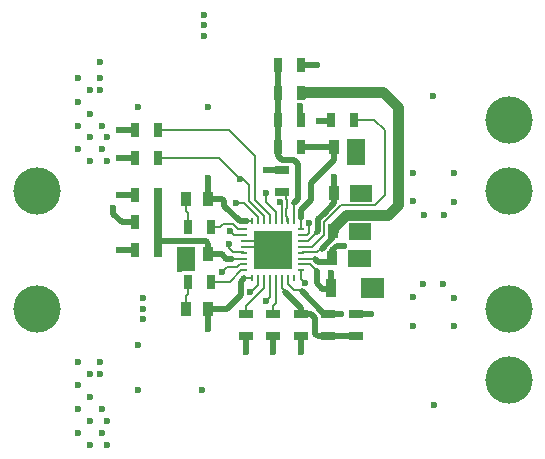
<source format=gbl>
G04*
G04 #@! TF.GenerationSoftware,Altium Limited,Altium Designer,18.0.12 (696)*
G04*
G04 Layer_Physical_Order=6*
G04 Layer_Color=16711680*
%FSLAX25Y25*%
%MOIN*%
G70*
G01*
G75*
%ADD10C,0.00787*%
%ADD23C,0.01968*%
%ADD24C,0.15748*%
%ADD25C,0.02362*%
%ADD31R,0.12992X0.12992*%
%ADD32R,0.02362X0.00906*%
%ADD33R,0.00906X0.02362*%
%ADD34R,0.05118X0.02756*%
%ADD35R,0.03543X0.06299*%
%ADD36R,0.03543X0.05118*%
%ADD37R,0.02756X0.05118*%
%ADD38C,0.03543*%
%ADD39C,0.02756*%
G36*
X129134Y135433D02*
Y126772D01*
X123228Y126772D01*
Y135433D01*
X129134Y135433D01*
D02*
G37*
G36*
X131496Y114393D02*
X124016D01*
Y120079D01*
X131496D01*
Y114393D01*
D02*
G37*
G36*
X131299Y101575D02*
X123819D01*
Y107252D01*
X123828Y107261D01*
X131299D01*
Y101575D01*
D02*
G37*
G36*
X131102Y92520D02*
X123622D01*
Y98425D01*
X131102D01*
Y92520D01*
D02*
G37*
G36*
X72441Y91142D02*
X68110D01*
Y91102D01*
X66536D01*
Y99375D01*
X72441D01*
Y91142D01*
D02*
G37*
G36*
X135433Y82284D02*
X127953D01*
Y88976D01*
X135433D01*
Y82284D01*
D02*
G37*
D10*
X88976Y88976D02*
X91536D01*
X84021Y87795D02*
X87761Y91536D01*
X88976D01*
X132126Y141732D02*
X135709Y138150D01*
Y116535D02*
Y138150D01*
X132362Y113189D02*
X135709Y116535D01*
X85158Y97638D02*
X88779D01*
X83976Y98819D02*
X85158Y97638D01*
X88779D02*
X88976Y97441D01*
X102953Y112227D02*
X103150Y112424D01*
X101378Y107874D02*
Y113583D01*
X100787Y114173D02*
X101378Y113583D01*
X103150Y112424D02*
Y115152D01*
X102953Y115348D02*
Y117050D01*
Y115348D02*
X103150Y115152D01*
X101575Y117520D02*
X102044Y117050D01*
X102953D01*
X81856Y106850D02*
X85230D01*
X86766Y105315D01*
X88976D01*
X80911Y105905D02*
X81856Y106850D01*
X84252Y104488D02*
X85394Y103347D01*
X77756Y105905D02*
X80911D01*
X86221Y113937D02*
X88779D01*
X90473Y114663D02*
X90495D01*
X95473Y109686D01*
Y107874D02*
Y109686D01*
X90669Y112048D02*
X92477Y110239D01*
X90669Y112048D02*
X90669D01*
X88779Y113937D02*
X90669Y112048D01*
X92520Y114882D02*
X97441Y109961D01*
Y107874D02*
Y109961D01*
X93504Y107874D02*
Y109210D01*
X92477Y110236D02*
X93504Y109210D01*
X92477Y110236D02*
Y110239D01*
X92520Y114882D02*
Y129527D01*
X96063Y114280D02*
X99410Y110933D01*
Y107874D02*
Y110933D01*
X83858Y138189D02*
X92520Y129527D01*
X102953Y109694D02*
Y112227D01*
X96063Y114280D02*
Y117323D01*
X95799D02*
X96063D01*
X105315Y107874D02*
Y113819D01*
X103307Y107913D02*
Y109339D01*
X102953Y109694D02*
X103307Y109339D01*
X108071Y97638D02*
X113259D01*
X107874Y97441D02*
X108071Y97638D01*
X113268Y97629D02*
X113268D01*
X113259Y97638D02*
X113268Y97629D01*
X113268D02*
X114443Y98805D01*
X107874Y95473D02*
X112362D01*
X114443Y98805D02*
X114750D01*
X109646Y103347D02*
X110433Y104134D01*
X107874Y103347D02*
X109646D01*
X110433Y104134D02*
Y107362D01*
X115551Y107615D02*
X116243Y108307D01*
X115551Y103347D02*
Y107615D01*
X111614Y99410D02*
X115551Y103347D01*
X116251Y108307D02*
X120866Y112922D01*
X116243Y108307D02*
X116251D01*
X120866Y112922D02*
Y112992D01*
X110039Y101378D02*
X112992Y104331D01*
X107874Y99410D02*
X111614D01*
X120866Y112992D02*
X121063Y113189D01*
X125000Y141732D02*
X132126D01*
X107874Y105315D02*
Y108937D01*
Y101378D02*
X110039D01*
X121063Y113189D02*
X132362D01*
X107717Y84921D02*
X108150Y84488D01*
X105368Y84921D02*
X107717D01*
X103347Y86943D02*
X105368Y84921D01*
X103347Y86943D02*
Y88976D01*
X84724Y95473D02*
X88976D01*
X83976Y98819D02*
Y100472D01*
X107874Y95473D02*
X107874Y95472D01*
X95473Y85630D02*
Y88976D01*
X89370Y79528D02*
X95473Y85630D01*
X101378Y85551D02*
X102441Y84488D01*
X101378Y85551D02*
Y88976D01*
X101339Y88937D02*
X101378Y88976D01*
X99410Y80512D02*
Y88976D01*
X98425Y79528D02*
X99410Y80512D01*
X98425Y76968D02*
Y79528D01*
X90669Y84606D02*
X91063Y84213D01*
X81614Y91063D02*
X83138Y92587D01*
X81496Y91063D02*
X81614D01*
X77756Y87795D02*
X84021D01*
X95473Y101378D02*
X97441Y99410D01*
X98425Y98425D01*
X88976Y99410D02*
X97441D01*
X88976Y101378D02*
X95473D01*
X85394Y103347D02*
X88976D01*
X86637Y92638D02*
X87503Y93504D01*
X83189Y92638D02*
X86637D01*
X87503Y93504D02*
X88976D01*
X70276Y83701D02*
Y87795D01*
X69488Y82913D02*
X70276Y83701D01*
X69488Y78740D02*
Y82913D01*
X88976Y103347D02*
X88976Y103347D01*
X70276Y105905D02*
Y110669D01*
X69488Y111457D02*
X70276Y110669D01*
X69488Y111457D02*
Y115354D01*
X89724Y107874D02*
X91536D01*
X101378D02*
X101417Y107913D01*
X103307D02*
X103347Y107874D01*
X83138Y92587D02*
X83189Y92638D01*
X90473Y114663D02*
Y119961D01*
X80315Y129134D02*
X87520Y121929D01*
Y121811D02*
X88622D01*
X90473Y119961D01*
X87520Y121811D02*
Y121929D01*
X60039Y138189D02*
X83858D01*
X93504Y86654D02*
Y88976D01*
X91063Y84213D02*
X93504Y86654D01*
X90669Y84449D02*
Y84606D01*
X60039Y129134D02*
X80315D01*
X107874Y105315D02*
X107874Y105315D01*
X110827Y93504D02*
X112992Y91339D01*
X107874Y93504D02*
X110827D01*
X107874Y88583D02*
X109055Y87402D01*
X107874Y88583D02*
Y91536D01*
X96260Y81299D02*
X97441Y82480D01*
Y88976D01*
X89370Y76968D02*
Y79528D01*
X83138Y92587D02*
X83138D01*
D23*
X87717Y87717D02*
X88976Y88976D01*
X87717Y83465D02*
Y87717D01*
X81496Y115354D02*
X82284Y114567D01*
Y112992D02*
Y114567D01*
Y112992D02*
X87402Y107874D01*
X76968Y115354D02*
X81496D01*
X87402Y107874D02*
X89724D01*
X48031Y107480D02*
X52559D01*
X45276Y110236D02*
X48031Y107480D01*
X45276Y110236D02*
Y112205D01*
X111024Y120669D02*
X118701Y128347D01*
X111024Y114842D02*
Y120669D01*
X107853Y111672D02*
X111024Y114842D01*
X107853Y108958D02*
Y111672D01*
X100197Y132677D02*
Y150787D01*
X106850Y115354D02*
Y127008D01*
X105315Y113819D02*
X106850Y115354D01*
X113504Y94331D02*
X117126D01*
X112362Y95473D02*
X113504Y94331D01*
X117126D02*
X118307Y95512D01*
X119843Y99685D02*
X122008D01*
X118307Y98150D02*
X119843Y99685D01*
X118307Y95512D02*
Y98150D01*
X118701Y128347D02*
Y132520D01*
X118543Y132677D02*
X118701Y132520D01*
X107677Y132677D02*
X118543D01*
X105512Y128347D02*
X106850Y127008D01*
X113386Y104724D02*
Y108512D01*
X112992Y104331D02*
X113386Y104724D01*
Y108512D02*
X115346Y110472D01*
X115354D02*
X118701Y113819D01*
X115346Y110472D02*
X115354D01*
X118701Y113819D02*
Y117165D01*
X115630Y77008D02*
X120945D01*
X113976Y141378D02*
X117717D01*
X117913Y141575D01*
X107638Y141772D02*
Y146260D01*
Y141772D02*
X107677Y141732D01*
X108150Y84488D02*
X115630Y77008D01*
X82874Y95473D02*
X84724D01*
X60039Y101181D02*
X75984D01*
X81496Y96850D02*
X82874Y95473D01*
X60039Y98425D02*
Y101181D01*
X75984D02*
X76968Y100197D01*
Y96850D02*
Y100197D01*
Y96850D02*
X81496D01*
X114750Y98805D02*
X118504Y102559D01*
Y104567D01*
X107677Y150787D02*
X108819D01*
X100197D02*
Y159843D01*
X107874Y76968D02*
Y78819D01*
X103405Y83287D02*
X107874Y78819D01*
X102441Y84252D02*
X103405Y83287D01*
X103405D01*
X112598Y70276D02*
X113386Y69488D01*
X112598Y70276D02*
Y75590D01*
X111221Y76968D02*
X112598Y75590D01*
X113386Y69488D02*
X116929D01*
X82992Y78740D02*
X87717Y83465D01*
X76968Y78740D02*
X82992D01*
X107677Y159843D02*
X112992D01*
X96260Y125000D02*
X101575D01*
X125984Y76968D02*
X131299D01*
X98425Y64173D02*
Y69488D01*
X118701Y117165D02*
Y122480D01*
X107874Y64173D02*
Y69488D01*
X89370Y64173D02*
Y69488D01*
X47244Y116535D02*
X52559D01*
X47244Y129134D02*
X52559D01*
X47244Y138189D02*
X52559D01*
X76968Y115354D02*
Y122244D01*
X101575Y128347D02*
X105512D01*
X100197Y129724D02*
X101575Y128347D01*
X100197Y129724D02*
Y132677D01*
X47244Y98425D02*
X52559D01*
X117913Y85669D02*
Y90591D01*
X117520Y85276D02*
X117913Y85669D01*
X115354Y85276D02*
X117520D01*
X112992Y87402D02*
X114961Y85433D01*
X112992Y87402D02*
Y91339D01*
X107874Y76968D02*
X111221D01*
X116929Y69488D02*
X116929Y69488D01*
X125984D01*
X76968Y71850D02*
Y78740D01*
D24*
X19685Y118110D02*
D03*
Y78740D02*
D03*
X177165Y55118D02*
D03*
Y141732D02*
D03*
Y78740D02*
D03*
Y118110D02*
D03*
D25*
X40945Y161024D02*
D03*
X151772Y149724D02*
D03*
X40945Y61024D02*
D03*
Y57087D02*
D03*
X37402D02*
D03*
X33465Y61024D02*
D03*
Y53150D02*
D03*
X37402Y49213D02*
D03*
X41339Y45276D02*
D03*
X33465D02*
D03*
X37402Y41339D02*
D03*
X41339Y37402D02*
D03*
X33465D02*
D03*
X37402Y33465D02*
D03*
X43307D02*
D03*
Y41339D02*
D03*
Y135827D02*
D03*
Y127953D02*
D03*
X37402D02*
D03*
X33465Y131890D02*
D03*
X41339D02*
D03*
X37402Y135827D02*
D03*
X33465Y139764D02*
D03*
X41339D02*
D03*
X37402Y143701D02*
D03*
X33465Y147638D02*
D03*
Y155512D02*
D03*
X37402Y151575D02*
D03*
X68110Y92677D02*
D03*
X70866D02*
D03*
X133858Y87008D02*
D03*
Y84252D02*
D03*
X129528Y96850D02*
D03*
Y94095D02*
D03*
X129724Y105905D02*
D03*
Y103150D02*
D03*
X129921Y115748D02*
D03*
X127559Y128347D02*
D03*
X148425Y87008D02*
D03*
X145276Y72835D02*
D03*
Y82677D02*
D03*
X155118Y87008D02*
D03*
X158661Y82284D02*
D03*
Y72835D02*
D03*
X145276Y124016D02*
D03*
Y114567D02*
D03*
X148819Y109843D02*
D03*
X158661Y114173D02*
D03*
Y124016D02*
D03*
X55118Y78740D02*
D03*
Y75197D02*
D03*
Y82284D02*
D03*
X75590Y169685D02*
D03*
Y176772D02*
D03*
X100787Y114173D02*
D03*
X84252Y104488D02*
D03*
X86221Y113937D02*
D03*
X96063Y117323D02*
D03*
X45276Y112205D02*
D03*
X110433Y107362D02*
D03*
X113976Y141378D02*
D03*
X107638Y146260D02*
D03*
X152165Y46772D02*
D03*
X122008Y99685D02*
D03*
X81496Y91063D02*
D03*
X94370Y102677D02*
D03*
X87520Y121811D02*
D03*
X90669Y84449D02*
D03*
X76772Y146043D02*
D03*
X74803Y51555D02*
D03*
X53524D02*
D03*
Y66555D02*
D03*
Y146043D02*
D03*
X155512Y109843D02*
D03*
X75590Y173228D02*
D03*
X40945Y151575D02*
D03*
Y155512D02*
D03*
X94370Y93898D02*
D03*
X102717D02*
D03*
Y102677D02*
D03*
X112992Y159843D02*
D03*
X96260Y125000D02*
D03*
X124803Y128347D02*
D03*
X129921Y118504D02*
D03*
X131299Y76968D02*
D03*
X98425Y64173D02*
D03*
X118701Y122480D02*
D03*
X107874Y64173D02*
D03*
X89370D02*
D03*
X47244Y116535D02*
D03*
X47244Y129134D02*
D03*
Y138189D02*
D03*
X76968Y122244D02*
D03*
X47244Y98425D02*
D03*
X117913Y90591D02*
D03*
X109055Y87402D02*
D03*
X121063Y76968D02*
D03*
X96260Y81299D02*
D03*
X76968Y71850D02*
D03*
X83976Y100472D02*
D03*
D31*
X98425Y98425D02*
D03*
D32*
X107874Y105315D02*
D03*
Y103347D02*
D03*
Y101378D02*
D03*
Y99410D02*
D03*
Y97441D02*
D03*
Y95473D02*
D03*
Y93504D02*
D03*
Y91536D02*
D03*
X88976D02*
D03*
Y93504D02*
D03*
Y95473D02*
D03*
Y97441D02*
D03*
Y99410D02*
D03*
Y101378D02*
D03*
Y103347D02*
D03*
Y105315D02*
D03*
D33*
X105315Y88976D02*
D03*
X103347D02*
D03*
X101378D02*
D03*
X99410D02*
D03*
X97441D02*
D03*
X95473D02*
D03*
X93504D02*
D03*
X91536D02*
D03*
Y107874D02*
D03*
X93504D02*
D03*
X95473D02*
D03*
X97441D02*
D03*
X99410D02*
D03*
X101378D02*
D03*
X103347D02*
D03*
X105315D02*
D03*
D34*
X89370Y69488D02*
D03*
Y76968D02*
D03*
X98425Y76968D02*
D03*
Y69488D02*
D03*
X107874Y69488D02*
D03*
Y76968D02*
D03*
X116929Y76968D02*
D03*
Y69488D02*
D03*
X125984Y69488D02*
D03*
Y76968D02*
D03*
X101575Y125000D02*
D03*
Y117520D02*
D03*
D35*
X117913Y85669D02*
D03*
X130118D02*
D03*
D36*
X118307Y95512D02*
D03*
X125787D02*
D03*
X125984Y104567D02*
D03*
X118504D02*
D03*
X118701Y117165D02*
D03*
X126181D02*
D03*
X126181Y132520D02*
D03*
X118701D02*
D03*
X69488Y78740D02*
D03*
X76968D02*
D03*
X76968Y96850D02*
D03*
X69488D02*
D03*
X76968Y115354D02*
D03*
X69488D02*
D03*
D37*
X117913Y141575D02*
D03*
X125394D02*
D03*
X107677Y132677D02*
D03*
X100197D02*
D03*
X100197Y141732D02*
D03*
X107677D02*
D03*
X107677Y150787D02*
D03*
X100197D02*
D03*
X107677Y159843D02*
D03*
X100197D02*
D03*
X77756Y87795D02*
D03*
X70276D02*
D03*
X70276Y105905D02*
D03*
X77756D02*
D03*
X52559Y98425D02*
D03*
X60039D02*
D03*
X60039Y107480D02*
D03*
X52559D02*
D03*
X60039Y116535D02*
D03*
X52559D02*
D03*
X52559Y129134D02*
D03*
X60039D02*
D03*
X52559Y138189D02*
D03*
X60039D02*
D03*
D38*
X140157Y113189D02*
Y145905D01*
X136811Y109843D02*
X140157Y113189D01*
X135236Y150827D02*
X140157Y145905D01*
X118504Y105588D02*
X122759Y109843D01*
X118504Y104567D02*
Y105588D01*
X122759Y109843D02*
X136811D01*
X136811Y109843D01*
X108858Y150827D02*
X135236D01*
X108819Y150787D02*
X108858Y150827D01*
D39*
X60039Y101181D02*
Y116339D01*
M02*

</source>
